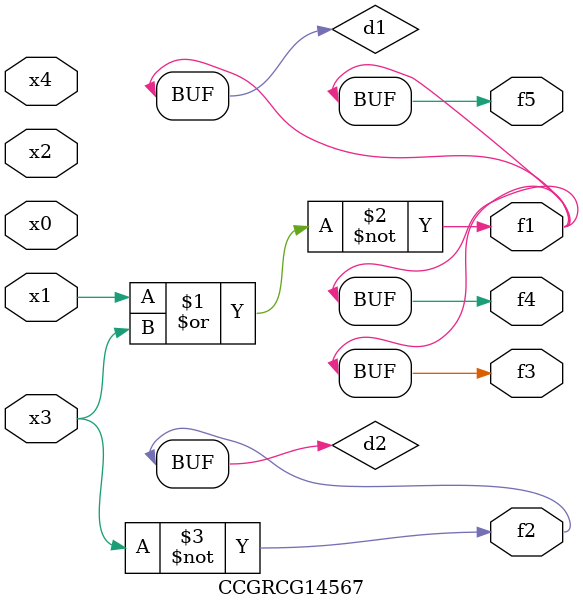
<source format=v>
module CCGRCG14567(
	input x0, x1, x2, x3, x4,
	output f1, f2, f3, f4, f5
);

	wire d1, d2;

	nor (d1, x1, x3);
	not (d2, x3);
	assign f1 = d1;
	assign f2 = d2;
	assign f3 = d1;
	assign f4 = d1;
	assign f5 = d1;
endmodule

</source>
